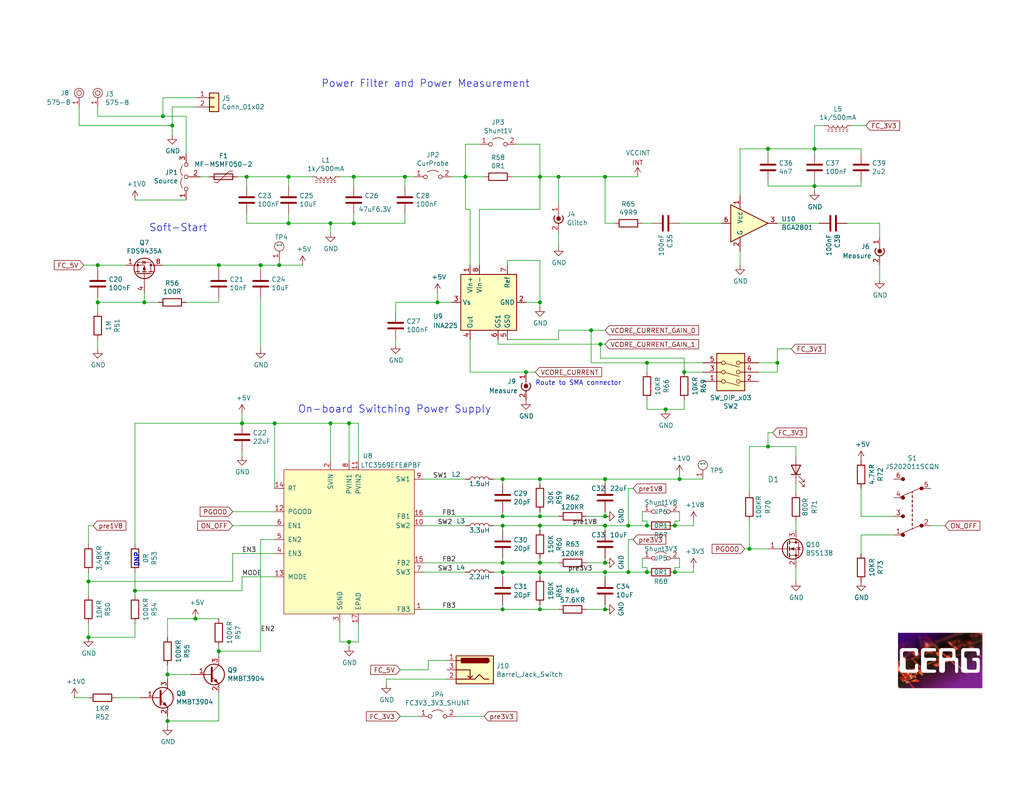
<source format=kicad_sch>
(kicad_sch (version 20230121) (generator eeschema)
  (paper "USLetter")
  (title_block (title "FOBOS Artix-7 a12t DUT - Power Circuitry") (date "2020-07-28") (rev "1.1") (company "Cryptographic Engineering Research Group") (comment 1 "License: Apache License Version 2.0") (comment 2 "Copyright © Cryptographic Engineering Research Group") (comment 3 "Author: Jens-Peter Kaps, Eddie Ferrufino") (comment 4 "Project: FOBOS Artix-7 a12t DUT"))
  (junction (at 222.25 50.8))
  (junction (at 74.93 115.57))
  (junction (at 45.72 184.15))
  (junction (at 110.49 48.26))
  (junction (at 222.25 40.64))
  (junction (at 119.38 82.55))
  (junction (at 209.55 121.92))
  (junction (at 165.1 130.81))
  (junction (at 147.32 166.37))
  (junction (at 44.45 31.75))
  (junction (at 184.15 156.21))
  (junction (at 96.52 48.26))
  (junction (at 147.32 48.26))
  (junction (at 212.09 99.06))
  (junction (at 147.32 82.55))
  (junction (at 36.83 161.29))
  (junction (at 45.72 196.85))
  (junction (at 163.83 93.98))
  (junction (at 161.29 90.17))
  (junction (at 137.16 153.67))
  (junction (at 165.1 48.26))
  (junction (at 165.1 153.67))
  (junction (at 147.32 156.21))
  (junction (at 59.69 177.8))
  (junction (at 76.2 72.39))
  (junction (at 95.25 115.57))
  (junction (at 209.55 40.64))
  (junction (at 176.53 156.21))
  (junction (at 127 48.26))
  (junction (at 39.37 82.55))
  (junction (at 96.52 60.96))
  (junction (at 165.1 156.21))
  (junction (at 59.69 72.39))
  (junction (at 176.53 143.51))
  (junction (at 165.1 140.97))
  (junction (at 143.51 101.6))
  (junction (at 171.45 143.51))
  (junction (at 137.16 143.51))
  (junction (at 24.13 173.99))
  (junction (at 181.61 111.76))
  (junction (at 165.1 166.37))
  (junction (at 95.25 175.26))
  (junction (at 90.17 115.57))
  (junction (at 53.34 168.91))
  (junction (at 186.69 101.6))
  (junction (at 78.74 48.26))
  (junction (at 137.16 166.37))
  (junction (at 147.32 143.51))
  (junction (at 71.12 72.39))
  (junction (at 137.16 140.97))
  (junction (at 171.45 156.21))
  (junction (at 185.42 130.81))
  (junction (at 24.13 158.75))
  (junction (at 184.15 143.51))
  (junction (at 137.16 130.81))
  (junction (at 26.67 82.55))
  (junction (at 147.32 153.67))
  (junction (at 152.4 48.26))
  (junction (at 26.67 72.39))
  (junction (at 78.74 60.96))
  (junction (at 147.32 140.97))
  (junction (at 147.32 130.81))
  (junction (at 90.17 60.96))
  (junction (at 67.31 48.26))
  (junction (at 46.99 34.29))
  (junction (at 165.1 143.51))
  (junction (at 66.04 115.57))
  (junction (at 137.16 156.21))
  (junction (at 204.47 149.86))
  (junction (at 176.53 99.06))
  (wire (pts (xy 137.16 132.08) (xy 137.16 130.81)))
  (wire (pts (xy 147.32 71.12) (xy 147.32 82.55)))
  (wire (pts (xy 71.12 147.32) (xy 71.12 177.8)))
  (wire (pts (xy 115.57 143.51) (xy 127 143.51)))
  (wire (pts (xy 165.1 93.98) (xy 163.83 93.98)))
  (wire (pts (xy 109.22 182.88) (xy 116.84 182.88)))
  (wire (pts (xy 212.09 101.6) (xy 212.09 99.06)))
  (wire (pts (xy 172.72 147.32) (xy 171.45 147.32)))
  (wire (pts (xy 115.57 166.37) (xy 137.16 166.37)))
  (wire (pts (xy 139.7 48.26) (xy 147.32 48.26)))
  (wire (pts (xy 123.19 48.26) (xy 127 48.26)))
  (wire (pts (xy 137.16 143.51) (xy 134.62 143.51)))
  (wire (pts (xy 45.72 181.61) (xy 45.72 184.15)))
  (wire (pts (xy 186.69 111.76) (xy 181.61 111.76)))
  (wire (pts (xy 115.57 153.67) (xy 137.16 153.67)))
  (wire (pts (xy 201.93 72.39) (xy 201.93 68.58)))
  (wire (pts (xy 59.69 176.53) (xy 59.69 177.8)))
  (wire (pts (xy 57.15 48.26) (xy 54.61 48.26)))
  (wire (pts (xy 147.32 156.21) (xy 137.16 156.21)))
  (wire (pts (xy 39.37 82.55) (xy 43.18 82.55)))
  (wire (pts (xy 127 48.26) (xy 132.08 48.26)))
  (wire (pts (xy 36.83 115.57) (xy 66.04 115.57)))
  (wire (pts (xy 137.16 153.67) (xy 147.32 153.67)))
  (wire (pts (xy 36.83 156.21) (xy 36.83 161.29)))
  (wire (pts (xy 147.32 140.97) (xy 137.16 140.97)))
  (wire (pts (xy 128.27 72.39) (xy 128.27 57.15)))
  (wire (pts (xy 209.55 49.53) (xy 209.55 50.8)))
  (wire (pts (xy 175.26 154.94) (xy 175.26 152.4)))
  (wire (pts (xy 26.67 31.75) (xy 44.45 31.75)))
  (wire (pts (xy 165.1 140.97) (xy 165.1 139.7)))
  (wire (pts (xy 186.69 97.79) (xy 186.69 101.6)))
  (wire (pts (xy 137.16 166.37) (xy 137.16 165.1)))
  (wire (pts (xy 38.1 190.5) (xy 31.75 190.5)))
  (wire (pts (xy 234.95 41.91) (xy 234.95 40.64)))
  (wire (pts (xy 92.71 175.26) (xy 95.25 175.26)))
  (wire (pts (xy 165.1 48.26) (xy 165.1 60.96)))
  (wire (pts (xy 207.01 101.6) (xy 212.09 101.6)))
  (wire (pts (xy 147.32 83.82) (xy 147.32 82.55)))
  (wire (pts (xy 135.89 93.98) (xy 135.89 92.71)))
  (wire (pts (xy 119.38 82.55) (xy 107.95 82.55)))
  (wire (pts (xy 175.26 60.96) (xy 177.8 60.96)))
  (wire (pts (xy 147.32 48.26) (xy 152.4 48.26)))
  (wire (pts (xy 189.23 143.51) (xy 184.15 143.51)))
  (wire (pts (xy 96.52 60.96) (xy 96.52 58.42)))
  (wire (pts (xy 95.25 175.26) (xy 95.25 176.53)))
  (wire (pts (xy 110.49 48.26) (xy 110.49 50.8)))
  (wire (pts (xy 95.25 115.57) (xy 90.17 115.57)))
  (wire (pts (xy 165.1 60.96) (xy 167.64 60.96)))
  (wire (pts (xy 185.42 142.24) (xy 185.42 139.7)))
  (wire (pts (xy 212.09 60.96) (xy 223.52 60.96)))
  (wire (pts (xy 222.25 50.8) (xy 222.25 49.53)))
  (wire (pts (xy 234.95 50.8) (xy 234.95 49.53)))
  (wire (pts (xy 26.67 73.66) (xy 26.67 72.39)))
  (wire (pts (xy 165.1 130.81) (xy 165.1 132.08)))
  (wire (pts (xy 59.69 82.55) (xy 59.69 81.28)))
  (wire (pts (xy 243.84 146.05) (xy 234.95 146.05)))
  (wire (pts (xy 95.25 125.73) (xy 95.25 115.57)))
  (wire (pts (xy 24.13 143.51) (xy 24.13 148.59)))
  (wire (pts (xy 152.4 90.17) (xy 161.29 90.17)))
  (wire (pts (xy 138.43 92.71) (xy 152.4 92.71)))
  (wire (pts (xy 181.61 111.76) (xy 176.53 111.76)))
  (wire (pts (xy 147.32 157.48) (xy 147.32 156.21)))
  (wire (pts (xy 115.57 130.81) (xy 127 130.81)))
  (wire (pts (xy 36.83 170.18) (xy 36.83 173.99)))
  (wire (pts (xy 36.83 161.29) (xy 66.04 161.29)))
  (wire (pts (xy 217.17 144.78) (xy 217.17 142.24)))
  (wire (pts (xy 201.93 40.64) (xy 209.55 40.64)))
  (wire (pts (xy 184.15 143.51) (xy 180.34 143.51)))
  (wire (pts (xy 137.16 157.48) (xy 137.16 156.21)))
  (wire (pts (xy 116.84 180.34) (xy 116.84 182.88)))
  (wire (pts (xy 222.25 40.64) (xy 222.25 34.29)))
  (wire (pts (xy 176.53 156.21) (xy 171.45 156.21)))
  (wire (pts (xy 66.04 115.57) (xy 74.93 115.57)))
  (wire (pts (xy 147.32 39.37) (xy 147.32 48.26)))
  (wire (pts (xy 210.82 118.11) (xy 209.55 118.11)))
  (wire (pts (xy 147.32 143.51) (xy 137.16 143.51)))
  (wire (pts (xy 105.41 186.69) (xy 105.41 185.42)))
  (wire (pts (xy 204.47 134.62) (xy 204.47 121.92)))
  (wire (pts (xy 115.57 156.21) (xy 127 156.21)))
  (wire (pts (xy 147.32 166.37) (xy 147.32 165.1)))
  (wire (pts (xy 184.15 142.24) (xy 185.42 142.24)))
  (wire (pts (xy 123.19 82.55) (xy 119.38 82.55)))
  (wire (pts (xy 21.59 34.29) (xy 46.99 34.29)))
  (wire (pts (xy 176.53 142.24) (xy 176.53 143.51)))
  (wire (pts (xy 212.09 95.25) (xy 215.9 95.25)))
  (wire (pts (xy 217.17 134.62) (xy 217.17 132.08)))
  (wire (pts (xy 217.17 154.94) (xy 217.17 158.75)))
  (wire (pts (xy 45.72 196.85) (xy 59.69 196.85)))
  (wire (pts (xy 78.74 60.96) (xy 78.74 58.42)))
  (wire (pts (xy 191.77 99.06) (xy 176.53 99.06)))
  (wire (pts (xy 176.53 154.94) (xy 175.26 154.94)))
  (wire (pts (xy 26.67 31.75) (xy 26.67 29.21)))
  (wire (pts (xy 160.02 140.97) (xy 165.1 140.97)))
  (wire (pts (xy 67.31 60.96) (xy 78.74 60.96)))
  (wire (pts (xy 20.32 190.5) (xy 24.13 190.5)))
  (wire (pts (xy 63.5 143.51) (xy 74.93 143.51)))
  (wire (pts (xy 63.5 151.13) (xy 63.5 158.75)))
  (wire (pts (xy 138.43 72.39) (xy 138.43 71.12)))
  (wire (pts (xy 26.67 82.55) (xy 39.37 82.55)))
  (wire (pts (xy 107.95 82.55) (xy 107.95 85.09)))
  (wire (pts (xy 147.32 156.21) (xy 165.1 156.21)))
  (wire (pts (xy 209.55 50.8) (xy 222.25 50.8)))
  (wire (pts (xy 113.03 48.26) (xy 110.49 48.26)))
  (wire (pts (xy 92.71 170.18) (xy 92.71 175.26)))
  (wire (pts (xy 147.32 143.51) (xy 165.1 143.51)))
  (wire (pts (xy 203.2 149.86) (xy 204.47 149.86)))
  (wire (pts (xy 171.45 143.51) (xy 176.53 143.51)))
  (wire (pts (xy 128.27 57.15) (xy 127 57.15)))
  (wire (pts (xy 78.74 60.96) (xy 90.17 60.96)))
  (wire (pts (xy 176.53 101.6) (xy 176.53 99.06)))
  (wire (pts (xy 165.1 156.21) (xy 165.1 157.48)))
  (wire (pts (xy 76.2 72.39) (xy 71.12 72.39)))
  (wire (pts (xy 234.95 146.05) (xy 234.95 151.13)))
  (wire (pts (xy 115.57 140.97) (xy 137.16 140.97)))
  (wire (pts (xy 53.34 29.21) (xy 46.99 29.21)))
  (wire (pts (xy 231.14 60.96) (xy 240.03 60.96)))
  (wire (pts (xy 45.72 173.99) (xy 45.72 168.91)))
  (wire (pts (xy 82.55 72.39) (xy 76.2 72.39)))
  (wire (pts (xy 212.09 99.06) (xy 212.09 95.25)))
  (wire (pts (xy 161.29 99.06) (xy 176.53 99.06)))
  (wire (pts (xy 160.02 166.37) (xy 165.1 166.37)))
  (wire (pts (xy 36.83 173.99) (xy 24.13 173.99)))
  (wire (pts (xy 209.55 41.91) (xy 209.55 40.64)))
  (wire (pts (xy 74.93 157.48) (xy 66.04 157.48)))
  (wire (pts (xy 222.25 34.29) (xy 224.79 34.29)))
  (wire (pts (xy 171.45 147.32) (xy 171.45 156.21)))
  (wire (pts (xy 67.31 48.26) (xy 67.31 50.8)))
  (wire (pts (xy 137.16 130.81) (xy 134.62 130.81)))
  (wire (pts (xy 137.16 140.97) (xy 137.16 139.7)))
  (wire (pts (xy 175.26 142.24) (xy 175.26 139.7)))
  (wire (pts (xy 161.29 90.17) (xy 165.1 90.17)))
  (wire (pts (xy 36.83 54.61) (xy 50.8 54.61)))
  (wire (pts (xy 176.53 142.24) (xy 175.26 142.24)))
  (wire (pts (xy 209.55 121.92) (xy 217.17 121.92)))
  (wire (pts (xy 152.4 153.67) (xy 147.32 153.67)))
  (wire (pts (xy 138.43 71.12) (xy 147.32 71.12)))
  (wire (pts (xy 24.13 143.51) (xy 25.4 143.51)))
  (wire (pts (xy 59.69 196.85) (xy 59.69 189.23)))
  (wire (pts (xy 90.17 60.96) (xy 96.52 60.96)))
  (wire (pts (xy 64.77 48.26) (xy 67.31 48.26)))
  (wire (pts (xy 143.51 101.6) (xy 146.05 101.6)))
  (wire (pts (xy 121.92 180.34) (xy 116.84 180.34)))
  (wire (pts (xy 96.52 60.96) (xy 110.49 60.96)))
  (wire (pts (xy 107.95 92.71) (xy 107.95 93.98)))
  (wire (pts (xy 152.4 166.37) (xy 147.32 166.37)))
  (wire (pts (xy 184.15 154.94) (xy 185.42 154.94)))
  (wire (pts (xy 24.13 156.21) (xy 24.13 158.75)))
  (wire (pts (xy 163.83 97.79) (xy 186.69 97.79)))
  (wire (pts (xy 74.93 151.13) (xy 63.5 151.13)))
  (wire (pts (xy 59.69 72.39) (xy 59.69 73.66)))
  (wire (pts (xy 36.83 161.29) (xy 36.83 162.56)))
  (wire (pts (xy 165.1 48.26) (xy 173.99 48.26)))
  (wire (pts (xy 191.77 101.6) (xy 186.69 101.6)))
  (wire (pts (xy 26.67 72.39) (xy 34.29 72.39)))
  (wire (pts (xy 92.71 48.26) (xy 96.52 48.26)))
  (wire (pts (xy 71.12 177.8) (xy 59.69 177.8)))
  (wire (pts (xy 185.42 154.94) (xy 185.42 152.4)))
  (wire (pts (xy 67.31 48.26) (xy 78.74 48.26)))
  (wire (pts (xy 74.93 115.57) (xy 74.93 133.35)))
  (wire (pts (xy 185.42 130.81) (xy 191.77 130.81)))
  (wire (pts (xy 128.27 101.6) (xy 143.51 101.6)))
  (wire (pts (xy 209.55 149.86) (xy 204.47 149.86)))
  (wire (pts (xy 53.34 26.67) (xy 44.45 26.67)))
  (wire (pts (xy 110.49 60.96) (xy 110.49 58.42)))
  (wire (pts (xy 114.3 195.58) (xy 109.22 195.58)))
  (wire (pts (xy 66.04 113.03) (xy 66.04 115.57)))
  (wire (pts (xy 24.13 158.75) (xy 24.13 162.56)))
  (wire (pts (xy 232.41 34.29) (xy 236.22 34.29)))
  (wire (pts (xy 147.32 139.7) (xy 147.32 140.97)))
  (wire (pts (xy 130.81 57.15) (xy 147.32 57.15)))
  (wire (pts (xy 185.42 60.96) (xy 196.85 60.96)))
  (wire (pts (xy 45.72 198.12) (xy 45.72 196.85)))
  (wire (pts (xy 105.41 185.42) (xy 121.92 185.42)))
  (wire (pts (xy 152.4 92.71) (xy 152.4 90.17)))
  (wire (pts (xy 240.03 60.96) (xy 240.03 64.77)))
  (wire (pts (xy 90.17 125.73) (xy 90.17 115.57)))
  (wire (pts (xy 46.99 29.21) (xy 46.99 34.29)))
  (wire (pts (xy 165.1 143.51) (xy 171.45 143.51)))
  (wire (pts (xy 184.15 142.24) (xy 184.15 143.51)))
  (wire (pts (xy 147.32 132.08) (xy 147.32 130.81)))
  (wire (pts (xy 189.23 156.21) (xy 184.15 156.21)))
  (wire (pts (xy 147.32 57.15) (xy 147.32 48.26)))
  (wire (pts (xy 96.52 48.26) (xy 110.49 48.26)))
  (wire (pts (xy 78.74 48.26) (xy 78.74 50.8)))
  (wire (pts (xy 165.1 166.37) (xy 165.1 165.1)))
  (wire (pts (xy 24.13 170.18) (xy 24.13 173.99)))
  (wire (pts (xy 189.23 142.24) (xy 189.23 143.51)))
  (wire (pts (xy 39.37 80.01) (xy 39.37 82.55)))
  (wire (pts (xy 45.72 168.91) (xy 53.34 168.91)))
  (wire (pts (xy 119.38 80.01) (xy 119.38 82.55)))
  (wire (pts (xy 160.02 153.67) (xy 165.1 153.67)))
  (wire (pts (xy 161.29 90.17) (xy 161.29 99.06)))
  (wire (pts (xy 152.4 140.97) (xy 147.32 140.97)))
  (wire (pts (xy 67.31 58.42) (xy 67.31 60.96)))
  (wire (pts (xy 209.55 118.11) (xy 209.55 121.92)))
  (wire (pts (xy 71.12 81.28) (xy 71.12 95.25)))
  (wire (pts (xy 147.32 82.55) (xy 143.51 82.55)))
  (wire (pts (xy 222.25 41.91) (xy 222.25 40.64)))
  (wire (pts (xy 147.32 130.81) (xy 165.1 130.81)))
  (wire (pts (xy 44.45 31.75) (xy 50.8 31.75)))
  (wire (pts (xy 130.81 72.39) (xy 130.81 57.15)))
  (wire (pts (xy 66.04 123.19) (xy 66.04 124.46)))
  (wire (pts (xy 147.32 153.67) (xy 147.32 152.4)))
  (wire (pts (xy 234.95 40.64) (xy 222.25 40.64)))
  (wire (pts (xy 152.4 48.26) (xy 152.4 55.88)))
  (wire (pts (xy 176.53 154.94) (xy 176.53 156.21)))
  (wire (pts (xy 74.93 147.32) (xy 71.12 147.32)))
  (wire (pts (xy 24.13 158.75) (xy 63.5 158.75)))
  (wire (pts (xy 147.32 144.78) (xy 147.32 143.51)))
  (wire (pts (xy 21.59 29.21) (xy 21.59 34.29)))
  (wire (pts (xy 44.45 26.67) (xy 44.45 31.75)))
  (wire (pts (xy 45.72 196.85) (xy 45.72 195.58)))
  (wire (pts (xy 97.79 115.57) (xy 95.25 115.57)))
  (wire (pts (xy 36.83 148.59) (xy 36.83 115.57)))
  (wire (pts (xy 26.67 82.55) (xy 26.67 85.09)))
  (wire (pts (xy 163.83 93.98) (xy 135.89 93.98)))
  (wire (pts (xy 78.74 48.26) (xy 85.09 48.26)))
  (wire (pts (xy 222.25 50.8) (xy 234.95 50.8)))
  (wire (pts (xy 152.4 63.5) (xy 152.4 67.31)))
  (wire (pts (xy 171.45 156.21) (xy 165.1 156.21)))
  (wire (pts (xy 137.16 153.67) (xy 137.16 152.4)))
  (wire (pts (xy 74.93 139.7) (xy 63.5 139.7)))
  (wire (pts (xy 128.27 92.71) (xy 128.27 101.6)))
  (wire (pts (xy 90.17 115.57) (xy 74.93 115.57)))
  (wire (pts (xy 137.16 166.37) (xy 147.32 166.37)))
  (wire (pts (xy 204.47 121.92) (xy 209.55 121.92)))
  (wire (pts (xy 163.83 93.98) (xy 163.83 97.79)))
  (wire (pts (xy 165.1 48.26) (xy 152.4 48.26)))
  (wire (pts (xy 127 39.37) (xy 127 48.26)))
  (wire (pts (xy 209.55 40.64) (xy 222.25 40.64)))
  (wire (pts (xy 201.93 40.64) (xy 201.93 53.34)))
  (wire (pts (xy 234.95 133.35) (xy 234.95 140.97)))
  (wire (pts (xy 59.69 72.39) (xy 71.12 72.39)))
  (wire (pts (xy 52.07 184.15) (xy 45.72 184.15)))
  (wire (pts (xy 204.47 149.86) (xy 204.47 142.24)))
  (wire (pts (xy 127 57.15) (xy 127 48.26)))
  (wire (pts (xy 186.69 109.22) (xy 186.69 111.76)))
  (wire (pts (xy 90.17 60.96) (xy 90.17 63.5)))
  (wire (pts (xy 243.84 140.97) (xy 234.95 140.97)))
  (wire (pts (xy 76.2 71.12) (xy 76.2 72.39)))
  (wire (pts (xy 46.99 34.29) (xy 46.99 36.83)))
  (wire (pts (xy 184.15 154.94) (xy 184.15 156.21)))
  (wire (pts (xy 66.04 157.48) (xy 66.04 161.29)))
  (wire (pts (xy 217.17 121.92) (xy 217.17 124.46)))
  (wire (pts (xy 137.16 156.21) (xy 134.62 156.21)))
  (wire (pts (xy 71.12 72.39) (xy 71.12 73.66)))
  (wire (pts (xy 257.81 143.51) (xy 254 143.51)))
  (wire (pts (xy 53.34 168.91) (xy 59.69 168.91)))
  (wire (pts (xy 165.1 143.51) (xy 165.1 144.78)))
  (wire (pts (xy 97.79 125.73) (xy 97.79 115.57)))
  (wire (pts (xy 50.8 82.55) (xy 59.69 82.55)))
  (wire (pts (xy 44.45 72.39) (xy 59.69 72.39)))
  (wire (pts (xy 171.45 133.35) (xy 171.45 143.51)))
  (wire (pts (xy 132.08 195.58) (xy 124.46 195.58)))
  (wire (pts (xy 207.01 99.06) (xy 212.09 99.06)))
  (wire (pts (xy 222.25 52.07) (xy 222.25 50.8)))
  (wire (pts (xy 185.42 129.54) (xy 185.42 130.81)))
  (wire (pts (xy 45.72 184.15) (xy 45.72 185.42)))
  (wire (pts (xy 172.72 133.35) (xy 171.45 133.35)))
  (wire (pts (xy 96.52 48.26) (xy 96.52 50.8)))
  (wire (pts (xy 26.67 92.71) (xy 26.67 95.25)))
  (wire (pts (xy 176.53 111.76) (xy 176.53 109.22)))
  (wire (pts (xy 137.16 144.78) (xy 137.16 143.51)))
  (wire (pts (xy 165.1 153.67) (xy 165.1 152.4)))
  (wire (pts (xy 26.67 81.28) (xy 26.67 82.55)))
  (wire (pts (xy 50.8 31.75) (xy 50.8 41.91)))
  (wire (pts (xy 22.86 72.39) (xy 26.67 72.39)))
  (wire (pts (xy 130.81 39.37) (xy 127 39.37)))
  (wire (pts (xy 97.79 170.18) (xy 97.79 175.26)))
  (wire (pts (xy 189.23 154.94) (xy 189.23 156.21)))
  (wire (pts (xy 147.32 130.81) (xy 137.16 130.81)))
  (wire (pts (xy 240.03 76.2) (xy 240.03 72.39)))
  (wire (pts (xy 59.69 177.8) (xy 59.69 179.07)))
  (wire (pts (xy 165.1 130.81) (xy 185.42 130.81)))
  (wire (pts (xy 140.97 39.37) (xy 147.32 39.37)))
  (wire (pts (xy 97.79 175.26) (xy 95.25 175.26)))
  (image (at 256.54 180.34) (scale 0.85))
  (text "DNP" (at 38.1 154.94 90) (effects (font (size 1.27 1.27) (thickness 0.254) bold) (justify left bottom)))
  (text "On-board Switching Power Supply" (at 81.28 113.03 0) (effects (font (size 2.0066 2.0066)) (justify left bottom)))
  (text "Route to SMA connector" (at 146.05 105.41 0) (effects (font (size 1.27 1.27)) (justify left bottom)))
  (text "Soft-Start" (at 40.64 63.5 0) (effects (font (size 2.0066 2.0066)) (justify left bottom)))
  (text "Power Filter and Power Measurement" (at 87.63 24.13 0) (effects (font (size 2.0066 2.0066)) (justify left bottom)))
  (label "FB3" (at 120.65 166.37 0))
  (label "EN2" (at 71.12 172.72 0))
  (label "EN3" (at 66.04 151.13 0))
  (label "FB1" (at 120.65 140.97 0))
  (label "FB2" (at 120.65 153.67 0))
  (label "SW1" (at 118.11 130.81 0))
  (label "SW3" (at 119.38 156.21 0))
  (label "MODE" (at 66.04 157.48 0))
  (label "pre1V8" (at 156.21 143.51 0))
  (label "SW2" (at 119.38 143.51 0))
  (label "pre3V3" (at 154.94 156.21 0))
  (global_label "PGOOD" (shape input) (at 63.5 139.7 180) (property "Intersheetrefs" "${INTERSHEET_REFS}" (effects hide)))
  (global_label "FC_3V3" (shape input) (at 210.82 118.11 0) (property "Intersheetrefs" "${INTERSHEET_REFS}" (effects hide)))
  (global_label "VCORE_CURRENT_GAIN_0" (shape input) (at 165.1 90.17 0) (property "Intersheetrefs" "${INTERSHEET_REFS}" (effects hide)))
  (global_label "FC_3V3" (shape input) (at 236.22 34.29 0) (property "Intersheetrefs" "${INTERSHEET_REFS}" (effects hide)))
  (global_label "pre1V8" (shape input) (at 25.4 143.51 0) (property "Intersheetrefs" "${INTERSHEET_REFS}" (effects hide)))
  (global_label "PGOOD" (shape input) (at 203.2 149.86 180) (property "Intersheetrefs" "${INTERSHEET_REFS}" (effects hide)))
  (global_label "VCORE_CURRENT_GAIN_1" (shape input) (at 165.1 93.98 0) (property "Intersheetrefs" "${INTERSHEET_REFS}" (effects hide)))
  (global_label "VCORE_CURRENT" (shape input) (at 146.05 101.6 0) (property "Intersheetrefs" "${INTERSHEET_REFS}" (effects hide)))
  (global_label "pre3V3" (shape input) (at 132.08 195.58 0) (property "Intersheetrefs" "${INTERSHEET_REFS}" (effects hide)))
  (global_label "ON_OFF" (shape input) (at 63.5 143.51 180) (property "Intersheetrefs" "${INTERSHEET_REFS}" (effects hide)))
  (global_label "FC_3V3" (shape input) (at 215.9 95.25 0) (property "Intersheetrefs" "${INTERSHEET_REFS}" (effects hide)))
  (global_label "pre3V3" (shape input) (at 172.72 147.32 0) (property "Intersheetrefs" "${INTERSHEET_REFS}" (effects hide)))
  (global_label "pre1V8" (shape input) (at 172.72 133.35 0) (property "Intersheetrefs" "${INTERSHEET_REFS}" (effects hide)))
  (global_label "FC_5V" (shape input) (at 109.22 182.88 180) (property "Intersheetrefs" "${INTERSHEET_REFS}" (effects hide)))
  (global_label "FC_3V3" (shape input) (at 109.22 195.58 180) (property "Intersheetrefs" "${INTERSHEET_REFS}" (effects hide)))
  (global_label "FC_5V" (shape input) (at 22.86 72.39 180) (property "Intersheetrefs" "${INTERSHEET_REFS}" (effects hide)))
  (global_label "ON_OFF" (shape input) (at 257.81 143.51 0) (property "Intersheetrefs" "${INTERSHEET_REFS}" (effects hide)))
  (symbol (lib_id "power:+5V") (at 82.55 72.39 0) (unit 1)
    (property "Reference" "#PWR063" (effects hide))
    (property "Value" "+5V" (at 82.931 67.9958 0))
  )
  (symbol (lib_id "cerg:INA225") (at 133.35 82.55 90) (mirror x) (unit 1)
    (property "Reference" "U9" (at 118.11 86.36 90) (effects (justify right)))
    (property "Value" "INA225" (at 118.11 88.9 90) (effects (justify right)))
    (property "Footprint" "Package_SO:MSOP-8_3x3mm_P0.65mm" (effects hide))
    (property "Description" "IC MONITOR PWR/CUR BIDIR 8VSSOP" (effects hide))
    (property "MPN" "INA225AIDGKT" (effects hide))
    (property "Manufacturer" "Texas Instruments" (effects hide))
  )
  (symbol (lib_id "power:+1V0") (at 36.83 54.61 0) (unit 1)
    (property "Reference" "#PWR056" (effects hide))
    (property "Value" "+1V0" (at 37.211 50.2158 0))
  )
  (symbol (lib_id "cerg:VCCINT") (at 173.99 48.26 0) (unit 1)
    (property "Reference" "#PWR075" (effects hide))
    (property "Value" "VCCINT" (at 174.0662 41.7322 0))
  )
  (symbol (lib_id "Device:C") (at 26.67 77.47 0) (unit 1)
    (property "Reference" "C20" (at 29.591 76.3016 0) (effects (justify left)))
    (property "Value" "100nF" (at 29.591 78.613 0) (effects (justify left)))
    (property "Footprint" "Capacitor_SMD:C_0603_1608Metric" (effects hide))
    (property "Description" "CAP CER 0.1UF 6.3V X7R 0603" (effects hide))
    (property "MPN" "06036C104KAT4A" (effects hide))
    (property "Manufacturer" "AVX Corporation" (effects hide))
  )
  (symbol (lib_id "Device:C") (at 59.69 77.47 0) (unit 1)
    (property "Reference" "C21" (at 62.611 76.3016 0) (effects (justify left)))
    (property "Value" "10nF" (at 62.611 78.613 0) (effects (justify left)))
    (property "Footprint" "Capacitor_SMD:C_0603_1608Metric" (effects hide))
    (property "Description" "CAP CER 10000PF 10V X7R 0603" (effects hide))
    (property "MPN" "885012206014" (effects hide))
    (property "Manufacturer" "Würth Elektronik" (effects hide))
  )
  (symbol (lib_id "Device:R") (at 46.99 82.55 270) (unit 1)
    (property "Reference" "R56" (at 46.99 77.2922 90))
    (property "Value" "100R" (at 46.99 79.6036 90))
    (property "Footprint" "Resistor_SMD:R_0603_1608Metric" (effects hide))
    (property "Description" "RES 100 OHM 5% 1/10W 0603 SMD" (effects hide))
    (property "MPN" "ERJ-U03J101V" (effects hide))
    (property "Manufacturer" "Panasonic Electronic Components" (effects hide))
  )
  (symbol (lib_id "Device:R") (at 26.67 88.9 180) (unit 1)
    (property "Reference" "R51" (at 31.9278 88.9 90))
    (property "Value" "1M" (at 29.6164 88.9 90))
    (property "Footprint" "Resistor_SMD:R_0603_1608Metric" (effects hide))
    (property "Description" "RES SMD 1M OHM 5% 1/10W 0603" (effects hide))
    (property "MPN" "ERJ-3GEYJ105V" (effects hide))
    (property "Manufacturer" "Panasonic Electronic Components" (effects hide))
  )
  (symbol (lib_id "Transistor_FET:FDS9435A") (at 39.37 74.93 270) (mirror x) (unit 1)
    (property "Reference" "Q7" (at 39.37 66.2432 90))
    (property "Value" "FDS9435A" (at 39.37 68.5546 90))
    (property "Footprint" "Package_SO:SOIC-8_3.9x4.9mm_P1.27mm" (effects hide))
    (property "Datasheet" "https://www.onsemi.com/pub/Collateral/FDS9435A-D.PDF" (effects hide))
    (property "Description" "MOSFET P-CH 30V 5.3A 8SOIC" (effects hide))
    (property "MPN" "FDS9435A" (effects hide))
    (property "Manufacturer" "ON Semiconductor" (effects hide))
  )
  (symbol (lib_id "power:GND") (at 26.67 95.25 0) (unit 1)
    (property "Reference" "#PWR055" (effects hide))
    (property "Value" "GND" (at 26.797 99.6442 0))
  )
  (symbol (lib_id "Device:C") (at 71.12 77.47 0) (unit 1)
    (property "Reference" "C24" (at 74.041 76.3016 0) (effects (justify left)))
    (property "Value" "10uF" (at 74.041 78.613 0) (effects (justify left)))
    (property "Footprint" "Capacitor_SMD:C_0805_2012Metric" (effects hide))
    (property "Description" "CAP CER 10UF 6.3V X7R 0805" (effects hide))
    (property "MPN" "GRM21BR70J106KA73L" (effects hide))
    (property "Manufacturer" "Murata Electronics" (effects hide))
  )
  (symbol (lib_id "power:GND") (at 71.12 95.25 0) (unit 1)
    (property "Reference" "#PWR062" (effects hide))
    (property "Value" "GND" (at 71.247 99.6442 0))
  )
  (symbol (lib_id "Connector:Conn_Coaxial_Power") (at 152.4 58.42 0) (unit 1)
    (property "Reference" "J4" (at 154.6352 58.5216 0) (effects (justify left)))
    (property "Value" "Glitch" (at 154.6352 60.833 0) (effects (justify left)))
    (property "Footprint" "cerg:SMA-JOHNSON-142-0701-201" (effects hide))
    (property "Description" "CONN SMA JACK STR 50OHM EDGE MNT" (effects hide))
    (property "MPN" "142-0701-801" (effects hide))
    (property "Manufacturer" "Cinch Connectivity Solutions Johnson" (effects hide))
  )
  (symbol (lib_id "power:GND") (at 152.4 67.31 0) (unit 1)
    (property "Reference" "#PWR071" (effects hide))
    (property "Value" "GND" (at 152.527 71.7042 0))
  )
  (symbol (lib_id "Device:Polyfuse") (at 60.96 48.26 270) (unit 1)
    (property "Reference" "F1" (at 60.96 42.545 90))
    (property "Value" "MF-MSMF050-2" (at 60.96 44.8564 90))
    (property "Footprint" "Fuse:Fuse_1206_3216Metric" (effects hide))
    (property "Description" "FUSE BOARD MOUNT 2A 63VDC 1206" (effects hide))
    (property "MPN" "ERB-RG2R00V" (effects hide))
    (property "Manufacturer" "Panasonic Electronic Components" (effects hide))
  )
  (symbol (lib_id "Device:C") (at 67.31 54.61 0) (unit 1)
    (property "Reference" "C23" (at 70.231 53.4416 0) (effects (justify left)))
    (property "Value" "100nF" (at 70.231 55.753 0) (effects (justify left)))
    (property "Footprint" "Capacitor_SMD:C_0603_1608Metric" (effects hide))
    (property "Description" "CAP CER 0.1UF 6.3V X7R 0603" (effects hide))
    (property "MPN" "06036C104KAT4A" (effects hide))
    (property "Manufacturer" "AVX Corporation" (effects hide))
  )
  (symbol (lib_id "Device:C") (at 78.74 54.61 0) (unit 1)
    (property "Reference" "C25" (at 81.661 53.4416 0) (effects (justify left)))
    (property "Value" "10uF" (at 81.661 55.753 0) (effects (justify left)))
    (property "Footprint" "Capacitor_SMD:C_0805_2012Metric" (effects hide))
    (property "Description" "CAP CER 10UF 6.3V X7R 0805" (effects hide))
    (property "MPN" "GRM21BR70J106KA73L" (effects hide))
    (property "Manufacturer" "Murata Electronics" (effects hide))
  )
  (symbol (lib_id "Device:C") (at 110.49 54.61 0) (unit 1)
    (property "Reference" "C28" (at 113.411 53.4416 0) (effects (justify left)))
    (property "Value" "100nF" (at 113.411 55.753 0) (effects (justify left)))
    (property "Footprint" "Capacitor_SMD:C_0603_1608Metric" (effects hide))
    (property "Description" "CAP CER 0.1UF 6.3V X7R 0603" (effects hide))
    (property "MPN" "06036C104KAT4A" (effects hide))
    (property "Manufacturer" "AVX Corporation" (effects hide))
  )
  (symbol (lib_id "Device:C") (at 96.52 54.61 0) (unit 1)
    (property "Reference" "C26" (at 99.441 53.4416 0) (effects (justify left)))
    (property "Value" "47uF6.3V" (at 97.79 57.15 0) (effects (justify left)))
    (property "Footprint" "Capacitor_SMD:C_0805_2012Metric" (effects hide))
    (property "Part" "GRM21BR60J476ME15K" (effects hide))
    (property "Description" "CAP CER 47UF 6.3V X5R 0805" (effects hide))
    (property "MPN" "CL21A476MQYNNNE" (effects hide))
    (property "Manufacturer" "Samsung Electro-Mechanics" (effects hide))
  )
  (symbol (lib_id "dut-artix7-a12t-rescue:L_Core_Ferrite-Device") (at 88.9 48.26 270) (unit 1)
    (property "Reference" "L1" (at 88.9 43.7388 90))
    (property "Value" "1k/500mA" (at 88.9 46.0502 90))
    (property "Footprint" "Inductor_SMD:L_0603_1608Metric" (effects hide))
  )
  (symbol (lib_id "power:GND") (at 90.17 63.5 0) (unit 1)
    (property "Reference" "#PWR064" (effects hide))
    (property "Value" "GND" (at 90.297 67.8942 0))
  )
  (symbol (lib_id "Device:R") (at 135.89 48.26 270) (unit 1)
    (property "Reference" "R58" (at 135.89 43.0022 90))
    (property "Value" "0R1" (at 135.89 45.3136 90))
    (property "Footprint" "Resistor_SMD:R_1206_3216Metric" (effects hide))
    (property "Description" "RES 0.1 OHM 1% 3/4W 1206" (effects hide))
    (property "MPN" "KRL1632E-M-R100-F-T5" (effects hide))
    (property "Manufacturer" "Susumu" (effects hide))
  )
  (symbol (lib_id "Connector:Conn_Coaxial_Power") (at 240.03 67.31 0) (unit 1)
    (property "Reference" "J6" (at 234.95 67.31 0) (effects (justify left)))
    (property "Value" "Measure" (at 229.87 69.85 0) (effects (justify left)))
    (property "Footprint" "cerg:SMA-JOHNSON-142-0701-801" (effects hide))
    (property "Description" "CONN SMA JACK STR 50OHM EDGE MNT" (effects hide))
    (property "MPN" "142-0701-801" (effects hide))
    (property "Manufacturer" "Cinch Connectivity Solutions Johnson" (effects hide))
  )
  (symbol (lib_id "power:GND") (at 240.03 76.2 0) (unit 1)
    (property "Reference" "#PWR085" (effects hide))
    (property "Value" "GND" (at 240.157 80.5942 0))
  )
  (symbol (lib_id "dut-artix7-a12t-rescue:Jumper_3_Open-Jumper") (at 50.8 48.26 90) (unit 1)
    (property "Reference" "JP1" (at 48.6156 47.0916 90) (effects (justify left)))
    (property "Value" "Source" (at 48.6156 49.403 90) (effects (justify left)))
    (property "Footprint" "Connector_PinHeader_2.54mm:PinHeader_1x03_P2.54mm_Vertical" (effects hide))
    (property "Description" "CONN HEADER VERT 3POS 2.54MM" (effects hide))
    (property "MPN" "77311-822-03LF" (effects hide))
    (property "Manufacturer" "Amphenol ICC (FCI)" (effects hide))
  )
  (symbol (lib_id "Jumper:Jumper_2_Open") (at 135.89 39.37 0) (unit 1)
    (property "Reference" "JP3" (at 135.89 33.401 0))
    (property "Value" "Shunt1V" (at 135.89 35.7124 0))
    (property "Footprint" "Connector_PinHeader_2.54mm:PinHeader_1x02_P2.54mm_Vertical" (effects hide))
    (property "Description" "CONN HEADER VERT 2POS 2.54MM" (effects hide))
    (property "MPN" "10129378-902001BLF" (effects hide))
    (property "Manufacturer" "Amphenol ICC (FCI)" (effects hide))
  )
  (symbol (lib_id "Jumper:Jumper_2_Open") (at 118.11 48.26 0) (unit 1)
    (property "Reference" "JP2" (at 118.11 42.291 0))
    (property "Value" "CurProbe" (at 118.11 44.6024 0))
    (property "Footprint" "Connector_PinHeader_2.54mm:PinHeader_1x02_P2.54mm_Vertical" (effects hide))
    (property "Description" "CONN HEADER VERT 2POS 2.54MM" (effects hide))
    (property "MPN" "10129378-902001BLF" (effects hide))
    (property "Manufacturer" "Amphenol ICC (FCI)" (effects hide))
  )
  (symbol (lib_id "Device:R") (at 171.45 60.96 270) (unit 1)
    (property "Reference" "R65" (at 171.45 55.7022 90))
    (property "Value" "49R9" (at 171.45 58.0136 90))
    (property "Footprint" "Resistor_SMD:R_0603_1608Metric" (effects hide))
    (property "Description" "RES SMD 49.9 OHM 1% 1/10W 0603" (effects hide))
    (property "MPN" "ERJ-3EKF49R9V" (effects hide))
    (property "Manufacturer" "Panasonic Electronic Components" (effects hide))
  )
  (symbol (lib_id "Device:C") (at 181.61 60.96 270) (unit 1)
    (property "Reference" "C35" (at 182.7784 63.881 0) (effects (justify left)))
    (property "Value" "100nF" (at 180.467 63.881 0) (effects (justify left)))
    (property "Footprint" "Capacitor_SMD:C_0603_1608Metric" (effects hide))
    (property "Description" "CAP CER 0.1UF 6.3V X7R 0603" (effects hide))
    (property "MPN" "06036C104KAT4A" (effects hide))
    (property "Manufacturer" "AVX Corporation" (effects hide))
  )
  (symbol (lib_id "RF_Amplifier:BGA2801") (at 204.47 60.96 0) (unit 1)
    (property "Reference" "U10" (at 213.2076 59.7916 0) (effects (justify left)))
    (property "Value" "BGA2801" (at 213.2076 62.103 0) (effects (justify left)))
    (property "Footprint" "Package_TO_SOT_SMD:SOT-363_SC-70-6" (effects hide))
    (property "Datasheet" "https://www.nxp.com/docs/en/data-sheet/BGA2801.pdf" (effects hide))
    (property "Description" "IC RF AMP GP 0HZ-2.2GHZ 6TSSOP" (effects hide))
    (property "MPN" "BGA2801,115" (effects hide))
    (property "Manufacturer" "NXP USA Inc." (effects hide))
  )
  (symbol (lib_id "Device:C") (at 227.33 60.96 270) (unit 1)
    (property "Reference" "C38" (at 228.4984 63.881 0) (effects (justify left)))
    (property "Value" "100nF" (at 226.187 63.881 0) (effects (justify left)))
    (property "Footprint" "Capacitor_SMD:C_0603_1608Metric" (effects hide))
    (property "Description" "CAP CER 0.1UF 6.3V X7R 0603" (effects hide))
    (property "MPN" "06036C104KAT4A" (effects hide))
    (property "Manufacturer" "AVX Corporation" (effects hide))
  )
  (symbol (lib_id "power:GND") (at 201.93 72.39 0) (unit 1)
    (property "Reference" "#PWR080" (effects hide))
    (property "Value" "GND" (at 202.057 76.7842 0))
  )
  (symbol (lib_id "Device:C") (at 209.55 45.72 0) (unit 1)
    (property "Reference" "C36" (at 212.471 44.5516 0) (effects (justify left)))
    (property "Value" "4n7" (at 212.471 46.863 0) (effects (justify left)))
    (property "Footprint" "Capacitor_SMD:C_0603_1608Metric" (effects hide))
    (property "Description" "CAP CER 4700PF 10V X7R 0603" (effects hide))
    (property "MPN" "885012206012" (effects hide))
    (property "Manufacturer" "Würth Elektronik" (effects hide))
  )
  (symbol (lib_id "Device:C") (at 222.25 45.72 0) (unit 1)
    (property "Reference" "C37" (at 225.171 44.5516 0) (effects (justify left)))
    (property "Value" "100nF" (at 225.171 46.863 0) (effects (justify left)))
    (property "Footprint" "Capacitor_SMD:C_0603_1608Metric" (effects hide))
    (property "Description" "CAP CER 0.1UF 6.3V X7R 0603" (effects hide))
    (property "MPN" "06036C104KAT4A" (effects hide))
    (property "Manufacturer" "AVX Corporation" (effects hide))
  )
  (symbol (lib_id "Device:C") (at 234.95 45.72 0) (unit 1)
    (property "Reference" "C39" (at 237.871 44.5516 0) (effects (justify left)))
    (property "Value" "2u2" (at 237.871 46.863 0) (effects (justify left)))
    (property "Footprint" "Capacitor_SMD:C_0805_2012Metric" (effects hide))
    (property "Description" "CAP CER 2.2UF 6.3V X7R 0805" (effects hide))
    (property "MPN" "885012207001" (effects hide))
    (property "Manufacturer" "Würth Elektronik" (effects hide))
  )
  (symbol (lib_id "power:GND") (at 222.25 52.07 0) (unit 1)
    (property "Reference" "#PWR082" (effects hide))
    (property "Value" "GND" (at 222.377 56.4642 0))
  )
  (symbol (lib_id "dut-artix7-a12t-rescue:L_Core_Ferrite-Device") (at 228.6 34.29 270) (unit 1)
    (property "Reference" "L5" (at 228.6 29.7688 90))
    (property "Value" "1k/500mA" (at 228.6 32.0802 90))
    (property "Footprint" "Inductor_SMD:L_0603_1608Metric" (effects hide))
  )
  (symbol (lib_id "power:GND") (at 46.99 36.83 0) (unit 1)
    (property "Reference" "#PWR058" (effects hide))
    (property "Value" "GND" (at 47.117 41.2242 0))
  )
  (symbol (lib_id "power:+5V") (at 66.04 113.03 0) (unit 1)
    (property "Reference" "#PWR060" (effects hide))
    (property "Value" "+5V" (at 66.421 108.6358 0))
  )
  (symbol (lib_id "Device:R") (at 234.95 154.94 180) (unit 1)
    (property "Reference" "R73" (at 240.2078 154.94 90))
    (property "Value" "10KR" (at 237.8964 154.94 90))
    (property "Footprint" "Resistor_SMD:R_0603_1608Metric" (effects hide))
    (property "Description" "RES SMD 10K OHM 1% 1/10W 0603" (effects hide))
    (property "MPN" "ERJ-3EKF1002V" (effects hide))
    (property "Manufacturer" "Panasonic Electronic Components" (effects hide))
  )
  (symbol (lib_id "Device:R") (at 234.95 129.54 180) (unit 1)
    (property "Reference" "R72" (at 240.2078 129.54 90))
    (property "Value" "4.7KR" (at 237.8964 129.54 90))
    (property "Footprint" "Resistor_SMD:R_0603_1608Metric" (effects hide))
    (property "Description" "RES SMD 4.7K OHM 5% 1/10W 0603" (effects hide))
    (property "MPN" "ERJ-3GEYJ472V" (effects hide))
    (property "Manufacturer" "Panasonic Electronic Components" (effects hide))
  )
  (symbol (lib_id "power:GND") (at 234.95 158.75 0) (unit 1)
    (property "Reference" "#PWR084" (effects hide))
    (property "Value" "GND" (at 235.077 163.1442 0))
  )
  (symbol (lib_id "power:+5V") (at 234.95 125.73 0) (unit 1)
    (property "Reference" "#PWR083" (effects hide))
    (property "Value" "+5V" (at 235.331 121.3358 0))
  )
  (symbol (lib_id "power:+1V0") (at 185.42 129.54 0) (unit 1)
    (property "Reference" "#PWR077" (effects hide))
    (property "Value" "+1V0" (at 185.801 125.1458 0))
  )
  (symbol (lib_id "dut-artix7-a12t-rescue:+3.3V-power") (at 189.23 154.94 0) (unit 1)
    (property "Reference" "#PWR079" (effects hide))
    (property "Value" "+3.3V" (at 189.611 150.5458 0))
  )
  (symbol (lib_id "power:GND") (at 95.25 176.53 0) (unit 1)
    (property "Reference" "#PWR065" (effects hide))
    (property "Value" "GND" (at 95.377 180.9242 0))
  )
  (symbol (lib_id "power:GND") (at 165.1 140.97 90) (unit 1)
    (property "Reference" "#PWR072" (effects hide))
    (property "Value" "GND" (at 169.4942 140.843 0))
  )
  (symbol (lib_id "cerg:LTC3569EFE#PBF") (at 77.47 130.81 0) (unit 1)
    (property "Reference" "U8" (at 100.33 124.46 0))
    (property "Value" "LTC3569EFE#PBF" (at 106.68 127 0))
    (property "Footprint" "cerg:TSSOP-16-1EP_W4.40mm" (effects hide))
    (property "Description" "IC REG BUCK ADJ TRPL 16TSSOP" (effects hide))
    (property "MPN" "LTC3569EFE#PBF" (effects hide))
    (property "Manufacturer" "Analog Devices Inc." (effects hide))
  )
  (symbol (lib_id "Device:R") (at 24.13 152.4 180) (unit 1)
    (property "Reference" "R49" (at 29.3878 152.4 90))
    (property "Value" "3.48KR" (at 27.0764 152.4 90))
    (property "Footprint" "Resistor_SMD:R_0603_1608Metric" (effects hide))
    (property "Description" "RES SMD 3.48K OHM 1% 1/10W 0603" (effects hide))
    (property "MPN" "ERJ-3EKF3481V" (effects hide))
    (property "Manufacturer" "Panasonic Electronic Components" (effects hide))
  )
  (symbol (lib_id "Device:R") (at 24.13 166.37 180) (unit 1)
    (property "Reference" "R50" (at 29.3878 166.37 90))
    (property "Value" "10KR" (at 27.0764 166.37 90))
    (property "Footprint" "Resistor_SMD:R_0603_1608Metric" (effects hide))
    (property "Description" "RES SMD 10K OHM 1% 1/10W 0603" (effects hide))
    (property "MPN" "ERJ-3EKF1002V" (effects hide))
    (property "Manufacturer" "Panasonic Electronic Components" (effects hide))
  )
  (symbol (lib_id "Device:R") (at 36.83 152.4 180) (unit 1)
    (property "Reference" "R53" (at 42.0878 152.4 90))
    (property "Value" "0R" (at 39.7764 152.4 90))
    (property "Footprint" "Resistor_SMD:R_0603_1608Metric" (effects hide))
    (property "Description" "RES 0 OHM JUMPER 1/10W 0603" (effects hide))
    (property "MPN" "RMCF0603ZT0R00" (effects hide))
    (property "Manufacturer" "Stackpole Electronics Inc" (effects hide))
  )
  (symbol (lib_id "Device:R") (at 36.83 166.37 180) (unit 1)
    (property "Reference" "R54" (at 42.0878 166.37 90))
    (property "Value" "100KR" (at 39.7764 166.37 90))
    (property "Footprint" "Resistor_SMD:R_0603_1608Metric" (effects hide))
    (property "Description" "RES 100 KOHMS 0.5% 1/10W 0603" (effects hide))
    (property "MPN" "ERA-3AED104V" (effects hide))
    (property "Manufacturer" "Panasonic Electronic Components" (effects hide))
  )
  (symbol (lib_id "Device:C") (at 66.04 119.38 0) (unit 1)
    (property "Reference" "C22" (at 68.961 118.2116 0) (effects (justify left)))
    (property "Value" "22uF" (at 68.961 120.523 0) (effects (justify left)))
    (property "Footprint" "Capacitor_SMD:C_0805_2012Metric" (effects hide))
    (property "Description" "CAP CER 22UF 6.3V X5R 0805" (effects hide))
    (property "MPN" "CL21A226KQCLRNC" (effects hide))
    (property "Manufacturer" "Samsung Electro-Mechanics" (effects hide))
  )
  (symbol (lib_id "power:GND") (at 66.04 124.46 0) (unit 1)
    (property "Reference" "#PWR061" (effects hide))
    (property "Value" "GND" (at 66.167 128.8542 0))
  )
  (symbol (lib_id "power:GND") (at 24.13 173.99 0) (unit 1)
    (property "Reference" "#PWR054" (effects hide))
    (property "Value" "GND" (at 24.257 178.3842 0))
  )
  (symbol (lib_id "power:GND") (at 217.17 158.75 0) (unit 1)
    (property "Reference" "#PWR081" (effects hide))
    (property "Value" "GND" (at 217.297 163.1442 0))
  )
  (symbol (lib_id "Device:LED") (at 217.17 128.27 90) (unit 1)
    (property "Reference" "D1" (at 212.6488 130.8862 90) (effects (font (size 1.524 1.524)) (justify left)))
    (property "Value" "LG_L29K-G2J1-24-Z" (effects hide))
    (property "Footprint" "LED_SMD:LED_0603_1608Metric" (effects hide))
    (property "Datasheet" "https://dammedia.osram.info/media/resource/hires/osram-dam-2493945/LG%20L29K.pdf" (effects hide))
    (property "Digi-Key_PN" "475-2709-1-ND" (effects hide))
    (property "MPN" "LG L29K-G2J1-24-Z" (effects hide))
    (property "Category" "Optoelectronics" (effects hide))
    (property "Family" "LED Indication - Discrete" (effects hide))
    (property "DK_Datasheet_Link" "https://dammedia.osram.info/media/resource/hires/osram-dam-2493945/LG%20L29K.pdf" (effects hide))
    (property "DK_Detail_Page" "/product-detail/en/osram-opto-semiconductors-inc/LG-L29K-G2J1-24-Z/475-2709-1-ND/1938876" (effects hide))
    (property "Description" "LED GREEN DIFFUSED 0603 SMD" (effects hide))
    (property "Manufacturer" "OSRAM Opto Semiconductors Inc." (effects hide))
    (property "Status" "Active" (effects hide))
  )
  (symbol (lib_id "Device:R") (at 204.47 138.43 0) (unit 1)
    (property "Reference" "R70" (at 209.55 138.43 90))
    (property "Value" "100KR" (at 207.01 138.43 90))
    (property "Footprint" "Resistor_SMD:R_0603_1608Metric" (effects hide))
    (property "Description" "RES 100 KOHMS 0.5% 1/10W 0603" (effects hide))
    (property "MPN" "ERA-3AED104V" (effects hide))
    (property "Manufacturer" "Panasonic Electronic Components" (effects hide))
  )
  (symbol (lib_id "Device:R") (at 217.17 138.43 0) (unit 1)
    (property "Reference" "R71" (at 222.25 138.43 90))
    (property "Value" "800R" (at 219.71 138.43 90))
    (property "Footprint" "Resistor_SMD:R_0603_1608Metric" (effects hide))
    (property "Description" "RES SMD 806 OHM 1% 1/10W 0603" (effects hide))
    (property "MPN" "RC0603FR-07806RL" (effects hide))
    (property "Manufacturer" "Yageo" (effects hide))
  )
  (symbol (lib_id "Device:R") (at 59.69 172.72 180) (unit 1)
    (property "Reference" "R57" (at 64.9478 172.72 90))
    (property "Value" "100KR" (at 62.6364 172.72 90))
    (property "Footprint" "Resistor_SMD:R_0603_1608Metric" (effects hide))
    (property "Description" "RES 100 KOHMS 0.5% 1/10W 0603" (effects hide))
    (property "MPN" "ERA-3AED104V" (effects hide))
    (property "Manufacturer" "Panasonic Electronic Components" (effects hide))
  )
  (symbol (lib_id "Device:R") (at 45.72 177.8 180) (unit 1)
    (property "Reference" "R55" (at 50.9778 177.8 90))
    (property "Value" "100KR" (at 48.6664 177.8 90))
    (property "Footprint" "Resistor_SMD:R_0603_1608Metric" (effects hide))
    (property "Description" "RES 100 KOHMS 0.5% 1/10W 0603" (effects hide))
    (property "MPN" "ERA-3AED104V" (effects hide))
    (property "Manufacturer" "Panasonic Electronic Components" (effects hide))
  )
  (symbol (lib_id "Device:R") (at 27.94 190.5 90) (unit 1)
    (property "Reference" "R52" (at 27.94 195.7578 90))
    (property "Value" "1KR" (at 27.94 193.4464 90))
    (property "Footprint" "Resistor_SMD:R_0603_1608Metric" (effects hide))
    (property "Description" "RES SMD 1K OHM 0.5% 1/10W 0603" (effects hide))
    (property "MPN" "ERA-3AED102V" (effects hide))
    (property "Manufacturer" "Panasonic Electronic Components" (effects hide))
  )
  (symbol (lib_id "power:+5V") (at 53.34 168.91 0) (unit 1)
    (property "Reference" "#PWR059" (effects hide))
    (property "Value" "+5V" (at 53.721 164.5158 0))
  )
  (symbol (lib_id "power:+1V0") (at 20.32 190.5 0) (unit 1)
    (property "Reference" "#PWR053" (effects hide))
    (property "Value" "+1V0" (at 20.701 186.1058 0))
  )
  (symbol (lib_id "power:GND") (at 45.72 198.12 0) (unit 1)
    (property "Reference" "#PWR057" (effects hide))
    (property "Value" "GND" (at 45.847 202.5142 0))
  )
  (symbol (lib_id "Device:L") (at 130.81 130.81 90) (unit 1)
    (property "Reference" "L2" (at 124.46 129.54 90))
    (property "Value" "1.5uH" (at 130.81 132.08 90))
    (property "Footprint" "cerg:L_SRN2012" (effects hide))
    (property "Datasheet" "https://www.mouser.com/ProductDetail/Bourns/SRN2012-1R5M/?qs=U0ECReq1GB%2FS6CSJ%2FWDZfQ%3D%3D" (effects hide))
    (property "MPN" "SRN2012-1R5M" (effects hide))
    (property "Description" "FIXED IND 1.5UH 1.8A 108MOHM SMD" (effects hide))
    (property "Manufacturer" "Bourns Inc." (effects hide))
  )
  (symbol (lib_id "Device:L") (at 130.81 143.51 90) (unit 1)
    (property "Reference" "L3" (at 125.73 142.24 90))
    (property "Value" "3.3uH" (at 130.81 144.78 90))
    (property "Footprint" "cerg:L_BRC2012" (effects hide))
    (property "Datasheet" "https://www.digikey.com/en/products/detail/taiyo-yuden/BRC2012T3R3MD/2648984?s=N4IgTCBcDaIEICUDCYAMBGMAVAzAnAsgCIgC6AvkA" (effects hide))
    (property "MPN" "BRC2012T3R3MD" (effects hide))
    (property "Description" "FIXED IND 3.3UH 870MA 221MOHM SM" (effects hide))
    (property "Manufacturer" "Taiyo Yuden" (effects hide))
  )
  (symbol (lib_id "Device:L") (at 130.81 156.21 90) (unit 1)
    (property "Reference" "L4" (at 125.73 154.94 90))
    (property "Value" "2.2uH" (at 130.81 157.48 90))
    (property "Footprint" "cerg:L_SRN2012" (effects hide))
    (property "Datasheet" "https://www.digikey.com/en/products/detail/bourns-inc/SRN2010-2R2M/4867667?s=N4IgTCBcDaIMoCUByYAMBGVBaMCwFkQBdAXyA" (effects hide))
    (property "MPN" "SRN2010-2R2M" (effects hide))
    (property "Description" "FIXED IND 2.2UH 1.7A 170MOHM SMD" (effects hide))
    (property "Manufacturer" "Bourns Inc." (effects hide))
  )
  (symbol (lib_id "Device:C") (at 137.16 135.89 0) (unit 1)
    (property "Reference" "C29" (at 140.081 134.7216 0) (effects (justify left)))
    (property "Value" "20pF" (at 140.081 137.033 0) (effects (justify left)))
    (property "Footprint" "Capacitor_SMD:C_0603_1608Metric" (effects hide))
    (property "Description" "CAP CER 0603 20PF 10V ULTRA STAB" (effects hide))
    (property "MPN" "C0603C200G8HAC7867" (effects hide))
    (property "Manufacturer" "KEMET" (effects hide))
  )
  (symbol (lib_id "Device:C") (at 137.16 148.59 0) (unit 1)
    (property "Reference" "C30" (at 140.081 147.4216 0) (effects (justify left)))
    (property "Value" "20pF" (at 140.081 149.733 0) (effects (justify left)))
    (property "Footprint" "Capacitor_SMD:C_0603_1608Metric" (effects hide))
    (property "Description" "CAP CER 0603 20PF 10V ULTRA STAB" (effects hide))
    (property "MPN" "C0603C200G8HAC7867" (effects hide))
    (property "Manufacturer" "KEMET" (effects hide))
  )
  (symbol (lib_id "Device:C") (at 137.16 161.29 0) (unit 1)
    (property "Reference" "C31" (at 140.081 160.1216 0) (effects (justify left)))
    (property "Value" "20pF" (at 140.081 162.433 0) (effects (justify left)))
    (property "Footprint" "Capacitor_SMD:C_0603_1608Metric" (effects hide))
    (property "Description" "CAP CER 0603 20PF 10V ULTRA STAB" (effects hide))
    (property "MPN" "C0603C200G8HAC7867" (effects hide))
    (property "Manufacturer" "KEMET" (effects hide))
  )
  (symbol (lib_id "Device:R") (at 147.32 135.89 180) (unit 1)
    (property "Reference" "R59" (at 152.5778 135.89 90))
    (property "Value" "30K" (at 150.2664 135.89 90))
    (property "Footprint" "Resistor_SMD:R_0603_1608Metric" (effects hide))
    (property "Description" "RES SMD 10K OHM 1% 1/10W 0603" (effects hide))
    (property "MPN" "ERJ-3EKF1002V" (effects hide))
    (property "Manufacturer" "Panasonic Electronic Components" (effects hide))
  )
  (symbol (lib_id "Device:R") (at 147.32 148.59 180) (unit 1)
    (property "Reference" "R60" (at 152.5778 148.59 90))
    (property "Value" "150K" (at 150.2664 148.59 90))
    (property "Footprint" "Resistor_SMD:R_0603_1608Metric" (effects hide))
    (property "Description" "RES SMD 10K OHM 1% 1/10W 0603" (effects hide))
    (property "MPN" "ERJ-3EKF1002V" (effects hide))
    (property "Manufacturer" "Panasonic Electronic Components" (effects hide))
  )
  (symbol (lib_id "Device:R") (at 147.32 161.29 180) (unit 1)
    (property "Reference" "R61" (at 152.5778 161.29 90))
    (property "Value" "180K" (at 150.2664 161.29 90))
    (property "Footprint" "Resistor_SMD:R_0603_1608Metric" (effects hide))
    (property "Description" "RES SMD 10K OHM 1% 1/10W 0603" (effects hide))
    (property "MPN" "ERJ-3EKF1002V" (effects hide))
    (property "Manufacturer" "Panasonic Electronic Components" (effects hide))
  )
  (symbol (lib_id "Device:R") (at 156.21 140.97 90) (unit 1)
    (property "Reference" "R62" (at 156.21 135.89 90))
    (property "Value" "120KR" (at 156.21 138.43 90))
    (property "Footprint" "Resistor_SMD:R_0603_1608Metric" (effects hide))
    (property "Description" "RES SMD 120K OHM 1% 1/10W 0603" (effects hide))
    (property "MPN" "ERJ-3EKF1203V" (effects hide))
    (property "Manufacturer" "Panasonic Electronic Components" (effects hide))
  )
  (symbol (lib_id "Device:R") (at 156.21 153.67 90) (unit 1)
    (property "Reference" "R63" (at 156.21 148.59 90))
    (property "Value" "120KR" (at 156.21 151.13 90))
    (property "Footprint" "Resistor_SMD:R_0603_1608Metric" (effects hide))
    (property "Description" "RES SMD 120K OHM 1% 1/10W 0603" (effects hide))
    (property "MPN" "ERJ-3EKF1203V" (effects hide))
    (property "Manufacturer" "Panasonic Electronic Components" (effects hide))
  )
  (symbol (lib_id "Device:R") (at 156.21 166.37 90) (unit 1)
    (property "Reference" "R64" (at 156.21 161.29 90))
    (property "Value" "57.6KR" (at 156.21 163.83 90))
    (property "Footprint" "Resistor_SMD:R_0603_1608Metric" (effects hide))
    (property "Description" "RES SMD 57.6K OHM 1% 1/10W 0603" (effects hide))
    (property "MPN" "ERJ-3EKF5762V" (effects hide))
    (property "Manufacturer" "Panasonic Electronic Components" (effects hide))
  )
  (symbol (lib_id "Device:C") (at 165.1 135.89 0) (unit 1)
    (property "Reference" "C32" (at 161.29 133.35 0) (effects (justify left)))
    (property "Value" "22uF" (at 166.37 133.35 0) (effects (justify left)))
    (property "Footprint" "Capacitor_SMD:C_0805_2012Metric" (effects hide))
    (property "Description" "CAP CER 22UF 6.3V X5R 0805" (effects hide))
    (property "MPN" "CL21A226KQCLRNC" (effects hide))
    (property "Manufacturer" "Samsung Electro-Mechanics" (effects hide))
  )
  (symbol (lib_id "Device:C") (at 165.1 148.59 0) (unit 1)
    (property "Reference" "C33" (at 161.29 146.05 0) (effects (justify left)))
    (property "Value" "10uF" (at 166.37 146.05 0) (effects (justify left)))
    (property "Footprint" "Capacitor_SMD:C_0805_2012Metric" (effects hide))
    (property "Description" "CAP CER 10UF 6.3V X7R 0805" (effects hide))
    (property "MPN" "GRM21BR70J106KA73L" (effects hide))
    (property "Manufacturer" "Murata Electronics" (effects hide))
  )
  (symbol (lib_id "Device:C") (at 165.1 161.29 0) (unit 1)
    (property "Reference" "C34" (at 168.021 160.1216 0) (effects (justify left)))
    (property "Value" "10uF" (at 168.021 162.433 0) (effects (justify left)))
    (property "Footprint" "Capacitor_SMD:C_0805_2012Metric" (effects hide))
    (property "Description" "CAP CER 10UF 6.3V X7R 0805" (effects hide))
    (property "MPN" "GRM21BR70J106KA73L" (effects hide))
    (property "Manufacturer" "Murata Electronics" (effects hide))
  )
  (symbol (lib_id "power:GND") (at 165.1 153.67 90) (unit 1)
    (property "Reference" "#PWR073" (effects hide))
    (property "Value" "GND" (at 169.4942 153.543 0))
  )
  (symbol (lib_id "power:GND") (at 165.1 166.37 90) (unit 1)
    (property "Reference" "#PWR074" (effects hide))
    (property "Value" "GND" (at 169.4942 166.243 0))
  )
  (symbol (lib_id "power:+1V8") (at 189.23 142.24 0) (unit 1)
    (property "Reference" "#PWR078" (effects hide))
    (property "Value" "+1V8" (at 189.611 137.8458 0))
  )
  (symbol (lib_id "power:GND") (at 147.32 83.82 0) (unit 1)
    (property "Reference" "#PWR070" (effects hide))
    (property "Value" "GND" (at 147.447 88.2142 0))
  )
  (symbol (lib_id "cerg:5281") (at 191.77 128.27 0) (unit 1)
    (property "Reference" "TP5" (at 193.7512 128.4732 0) (effects (justify left)))
    (property "Value" "5281" (effects hide))
    (property "Footprint" "cerg:5281" (effects hide))
    (property "Datasheet" "https://www.keyelco.com/product.cfm/product_id/14628/stepAccess/2813779" (effects hide))
    (property "Description" "TEST POINT (BLACK) - MULTIPURPOS" (effects hide))
    (property "MPN" "5281" (effects hide))
    (property "Manufacturer" "Keystone Electronics" (effects hide))
  )
  (symbol (lib_id "cerg:5281") (at 76.2 68.58 0) (unit 1)
    (property "Reference" "TP4" (at 74.93 64.77 0) (effects (justify left)))
    (property "Value" "5281" (effects hide))
    (property "Footprint" "cerg:5281" (effects hide))
    (property "Datasheet" "https://www.keyelco.com/product.cfm/product_id/14628/stepAccess/2813779" (effects hide))
    (property "Description" "TEST POINT (BLACK) - MULTIPURPOS" (effects hide))
    (property "MPN" "5281" (effects hide))
    (property "Manufacturer" "Keystone Electronics" (effects hide))
  )
  (symbol (lib_id "Device:C") (at 107.95 88.9 0) (unit 1)
    (property "Reference" "C27" (at 110.871 87.7316 0) (effects (justify left)))
    (property "Value" "100nF" (at 110.871 90.043 0) (effects (justify left)))
    (property "Footprint" "Capacitor_SMD:C_0603_1608Metric" (effects hide))
    (property "Description" "CAP CER 0.1UF 6.3V X7R 0603" (effects hide))
    (property "MPN" "06036C104KAT4A" (effects hide))
    (property "Manufacturer" "AVX Corporation" (effects hide))
  )
  (symbol (lib_id "power:GND") (at 107.95 93.98 0) (unit 1)
    (property "Reference" "#PWR067" (effects hide))
    (property "Value" "GND" (at 108.077 98.3742 0))
  )
  (symbol (lib_id "cerg:575-8") (at 21.59 25.4 0) (unit 1)
    (property "Reference" "J8" (at 16.51 25.4 0) (effects (justify left)))
    (property "Value" "575-8" (at 12.7 27.94 0) (effects (justify left)))
    (property "Footprint" "cerg:575-8" (effects hide))
    (property "Datasheet" "https://www.digikey.com/en/products/detail/keystone-electronics/575-8/318495" (effects hide))
    (property "Description" "CONN BANANA JACK SOLDER" (effects hide))
    (property "MPN" "575-8" (effects hide))
    (property "Manufacturer" "Keystone Electronics" (effects hide))
  )
  (symbol (lib_id "cerg:575-8") (at 26.67 25.4 0) (unit 1)
    (property "Reference" "J3" (at 28.6512 25.7048 0) (effects (justify left)))
    (property "Value" "575-8" (at 28.6512 28.0162 0) (effects (justify left)))
    (property "Footprint" "cerg:575-8" (effects hide))
    (property "Datasheet" "https://www.digikey.com/en/products/detail/keystone-electronics/575-8/318495" (effects hide))
    (property "Description" "CONN BANANA JACK SOLDER" (effects hide))
    (property "MPN" "575-8" (effects hide))
    (property "Manufacturer" "Keystone Electronics" (effects hide))
  )
  (symbol (lib_id "Connector:Conn_Coaxial_Power") (at 143.51 104.14 0) (unit 1)
    (property "Reference" "J9" (at 138.43 104.14 0) (effects (justify left)))
    (property "Value" "Measure" (at 133.35 106.68 0) (effects (justify left)))
    (property "Footprint" "cerg:SMA-JOHNSON-142-0701-801" (effects hide))
    (property "Description" "CONN SMA JACK STR 50OHM EDGE MNT" (effects hide))
    (property "MPN" "142-0701-801" (effects hide))
    (property "Manufacturer" "Cinch Connectivity Solutions Johnson" (effects hide))
  )
  (symbol (lib_id "power:GND") (at 143.51 109.22 0) (unit 1)
    (property "Reference" "#PWR069" (effects hide))
    (property "Value" "GND" (at 143.637 113.6142 0))
  )
  (symbol (lib_id "cerg:SW_DIP_x03") (at 199.39 99.06 0) (mirror x) (unit 1)
    (property "Reference" "SW2" (at 199.39 110.9218 0))
    (property "Value" "SW_DIP_x03" (at 199.39 108.6104 0))
    (property "Footprint" "cerg:DS04-254-2-03BK-SMT" (effects hide))
    (property "Datasheet" "https://www.cuidevices.com/product/resource/ds04-254-smt.pdf" (effects hide))
    (property "MPN" "DS04-254-2-03BK-SMT" (effects hide))
    (property "Description" "DIP SWITCH, SPST, 2.54 PITCH, FL" (effects hide))
    (property "Manufacturer" "CUI Devices" (effects hide))
  )
  (symbol (lib_id "Device:R") (at 176.53 105.41 180) (unit 1)
    (property "Reference" "R66" (at 181.7878 105.41 90))
    (property "Value" "10KR" (at 179.4764 105.41 90))
    (property "Footprint" "Resistor_SMD:R_0603_1608Metric" (effects hide))
    (property "Description" "RES SMD 10K OHM 1% 1/10W 0603" (effects hide))
    (property "MPN" "ERJ-3EKF1002V" (effects hide))
    (property "Manufacturer" "Panasonic Electronic Components" (effects hide))
  )
  (symbol (lib_id "Device:R") (at 186.69 105.41 180) (unit 1)
    (property "Reference" "R69" (at 191.9478 105.41 90))
    (property "Value" "10KR" (at 189.6364 105.41 90))
    (property "Footprint" "Resistor_SMD:R_0603_1608Metric" (effects hide))
    (property "Description" "RES SMD 10K OHM 1% 1/10W 0603" (effects hide))
    (property "MPN" "ERJ-3EKF1002V" (effects hide))
    (property "Manufacturer" "Panasonic Electronic Components" (effects hide))
  )
  (symbol (lib_id "power:GND") (at 181.61 111.76 0) (unit 1)
    (property "Reference" "#PWR076" (effects hide))
    (property "Value" "GND" (at 181.737 116.1542 0))
  )
  (symbol (lib_id "Connector_Generic:Conn_01x02") (at 58.42 26.67 0) (unit 1)
    (property "Reference" "J5" (at 60.452 26.8732 0) (effects (justify left)))
    (property "Value" "Conn_01x02" (at 60.452 29.1846 0) (effects (justify left)))
    (property "Footprint" "Connector_Molex:Molex_KK-254_AE-6410-02A_1x02_P2.54mm_Vertical" (effects hide))
    (property "Description" "CONN HEADER VERT 2POS 2.54MM" (effects hide))
    (property "MPN" "0022272021" (effects hide))
    (property "Manufacturer" "Molex" (effects hide))
  )
  (symbol (lib_id "Transistor_FET:BSS138") (at 214.63 149.86 0) (unit 1)
    (property "Reference" "Q10" (at 219.8116 148.6916 0) (effects (justify left)))
    (property "Value" "BSS138" (at 219.8116 151.003 0) (effects (justify left)))
    (property "Footprint" "Package_TO_SOT_SMD:SOT-23" (effects hide))
    (property "Datasheet" "https://www.onsemi.com/pub/Collateral/BSS138-D.PDF" (effects hide))
    (property "Description" "MOSFET N-CH 50V 220MA SOT23-3" (effects hide))
    (property "MPN" "BSS138" (effects hide))
    (property "Manufacturer" "ON Semiconductor" (effects hide))
  )
  (symbol (lib_id "cerg:JS202011SCQN") (at 248.92 138.43 180) (unit 1)
    (property "Reference" "S1" (at 248.92 125.095 0))
    (property "Value" "JS202011SCQN" (at 248.92 127.4064 0))
    (property "Footprint" "cerg:Switch_Slide_JS202011SCQN" (effects hide))
    (property "Datasheet" "https://www.ckswitches.com/media/1422/js.pdf" (effects hide))
    (property "Digi-Key_PN" "401-2002-1-ND" (effects hide))
    (property "MPN" "JS202011SCQN" (effects hide))
    (property "Category" "Switches" (effects hide))
    (property "Family" "Slide Switches" (effects hide))
    (property "DK_Datasheet_Link" "https://www.ckswitches.com/media/1422/js.pdf" (effects hide))
    (property "DK_Detail_Page" "/product-detail/en/c-k/JS202011SCQN/401-2002-1-ND/1640098" (effects hide))
    (property "Description" "SWITCH SLIDE DPDT 300MA 6V" (effects hide))
    (property "Manufacturer" "C&K" (effects hide))
    (property "Status" "Active" (effects hide))
  )
  (symbol (lib_id "Device:R") (at 180.34 143.51 90) (unit 1)
    (property "Reference" "R67" (at 180.34 146.05 90))
    (property "Value" "0R1" (at 180.34 143.51 90))
    (property "Footprint" "Resistor_SMD:R_1206_3216Metric" (effects hide))
  )
  (symbol (lib_id "Device:R") (at 180.34 156.21 90) (unit 1)
    (property "Reference" "R68" (at 180.34 158.75 90))
    (property "Value" "0R1" (at 180.34 156.21 90))
    (property "Footprint" "Resistor_SMD:R_1206_3216Metric" (effects hide))
  )
  (symbol (lib_id "Transistor_BJT:MMBT3904") (at 43.18 190.5 0) (unit 1)
    (property "Reference" "Q8" (at 48.0314 189.3316 0) (effects (justify left)))
    (property "Value" "MMBT3904" (at 48.0314 191.643 0) (effects (justify left)))
    (property "Footprint" "Package_TO_SOT_SMD:SOT-23" (effects hide))
    (property "Datasheet" "https://www.onsemi.com/pub/Collateral/2N3903-D.PDF" (effects hide))
  )
  (symbol (lib_id "Transistor_BJT:MMBT3904") (at 57.15 184.15 0) (unit 1)
    (property "Reference" "Q9" (at 62.0014 182.9816 0) (effects (justify left)))
    (property "Value" "MMBT3904" (at 62.0014 185.293 0) (effects (justify left)))
    (property "Footprint" "Package_TO_SOT_SMD:SOT-23" (effects hide))
    (property "Datasheet" "https://www.onsemi.com/pub/Collateral/2N3903-D.PDF" (effects hide))
  )
  (symbol (lib_id "power:GND") (at 105.41 186.69 0) (unit 1)
    (property "Reference" "#PWR066" (effects hide))
    (property "Value" "GND" (at 105.537 191.0842 0))
  )
  (symbol (lib_id "Jumper:Jumper_2_Open") (at 119.38 195.58 0) (unit 1)
    (property "Reference" "JP4" (at 119.38 189.611 0))
    (property "Value" "FC3V3_3V3_SHUNT" (at 119.38 191.9224 0))
    (property "Footprint" "Connector_PinHeader_2.54mm:PinHeader_1x02_P2.54mm_Vertical" (effects hide))
    (property "Description" "CONN HEADER VERT 2POS 2.54MM" (effects hide))
    (property "MPN" "10129378-902001BLF" (effects hide))
    (property "Manufacturer" "Amphenol ICC (FCI)" (effects hide))
  )
  (symbol (lib_id "Jumper:Jumper_2_Open") (at 180.34 139.7 0) (unit 1)
    (property "Reference" "JP6" (at 180.34 139.7 0))
    (property "Value" "Shunt1V8" (at 180.34 137.16 0))
    (property "Footprint" "Connector_PinHeader_2.54mm:PinHeader_1x02_P2.54mm_Vertical" (effects hide))
    (property "Description" "CONN HEADER VERT 2POS 2.54MM" (effects hide))
    (property "MPN" "10129378-902001BLF" (effects hide))
    (property "Manufacturer" "Amphenol ICC (FCI)" (effects hide))
  )
  (symbol (lib_id "Jumper:Jumper_2_Open") (at 180.34 152.4 0) (unit 1)
    (property "Reference" "JP5" (at 180.34 152.4 0))
    (property "Value" "Shunt3V3" (at 180.34 149.86 0))
    (property "Footprint" "Connector_PinHeader_2.54mm:PinHeader_1x02_P2.54mm_Vertical" (effects hide))
    (property "Description" "CONN HEADER VERT 2POS 2.54MM" (effects hide))
    (property "MPN" "10129378-902001BLF" (effects hide))
    (property "Manufacturer" "Amphenol ICC (FCI)" (effects hide))
  )
  (symbol (lib_id "Connector:Barrel_Jack_Switch") (at 129.54 182.88 0) (mirror y) (unit 1)
    (property "Reference" "J10" (at 135.382 181.8132 0) (effects (justify right)))
    (property "Value" "Barrel_Jack_Switch" (at 135.382 184.1246 0) (effects (justify right)))
    (property "Footprint" "cerg:BarrelJack_CUI_PJ-102AH_Horizontal" (effects hide))
  )
  (symbol (lib_id "power:+5V") (at 119.38 80.01 0) (unit 1)
    (property "Reference" "#PWR068" (effects hide))
    (property "Value" "+5V" (at 119.761 75.6158 0))
  )
)
</source>
